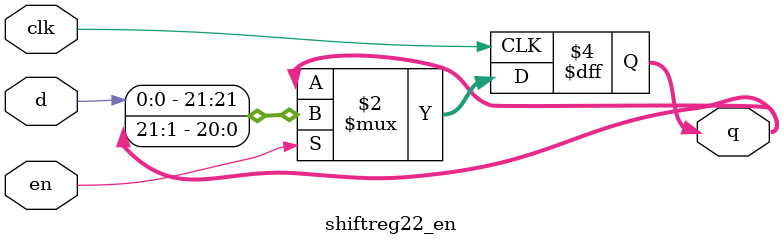
<source format=v>
module shiftreg22_en (
	input clk,
   input en,
	input d,
	output reg [21:0] q);
	
	always @(negedge clk)
      if (en)
         q <= {d, q[21:1]};
	
endmodule

</source>
